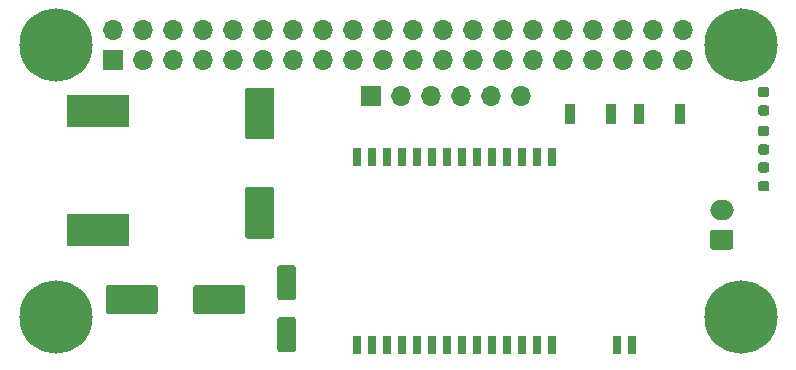
<source format=gbr>
G04 #@! TF.GenerationSoftware,KiCad,Pcbnew,(5.1.9)-1*
G04 #@! TF.CreationDate,2021-08-25T15:57:18+03:00*
G04 #@! TF.ProjectId,ZigbeeShild01,5a696762-6565-4536-9869-6c6430312e6b,rev?*
G04 #@! TF.SameCoordinates,Original*
G04 #@! TF.FileFunction,Soldermask,Top*
G04 #@! TF.FilePolarity,Negative*
%FSLAX46Y46*%
G04 Gerber Fmt 4.6, Leading zero omitted, Abs format (unit mm)*
G04 Created by KiCad (PCBNEW (5.1.9)-1) date 2021-08-25 15:57:18*
%MOMM*%
%LPD*%
G01*
G04 APERTURE LIST*
%ADD10O,1.700000X1.700000*%
%ADD11R,1.700000X1.700000*%
%ADD12R,0.900000X1.700000*%
%ADD13R,0.800000X1.500000*%
%ADD14R,5.300000X2.800000*%
%ADD15O,2.000000X1.700000*%
%ADD16C,6.200000*%
G04 APERTURE END LIST*
G36*
G01*
X75689750Y-39491500D02*
X76202250Y-39491500D01*
G75*
G02*
X76421000Y-39710250I0J-218750D01*
G01*
X76421000Y-40147750D01*
G75*
G02*
X76202250Y-40366500I-218750J0D01*
G01*
X75689750Y-40366500D01*
G75*
G02*
X75471000Y-40147750I0J218750D01*
G01*
X75471000Y-39710250D01*
G75*
G02*
X75689750Y-39491500I218750J0D01*
G01*
G37*
G36*
G01*
X75689750Y-37916500D02*
X76202250Y-37916500D01*
G75*
G02*
X76421000Y-38135250I0J-218750D01*
G01*
X76421000Y-38572750D01*
G75*
G02*
X76202250Y-38791500I-218750J0D01*
G01*
X75689750Y-38791500D01*
G75*
G02*
X75471000Y-38572750I0J218750D01*
G01*
X75471000Y-38135250D01*
G75*
G02*
X75689750Y-37916500I218750J0D01*
G01*
G37*
D10*
X55372000Y-32258000D03*
X52832000Y-32258000D03*
X50292000Y-32258000D03*
X47752000Y-32258000D03*
X45212000Y-32258000D03*
D11*
X42672000Y-32258000D03*
D12*
X62992000Y-33782000D03*
X59592000Y-33782000D03*
X68834000Y-33782000D03*
X65434000Y-33782000D03*
G36*
G01*
X75689750Y-36392500D02*
X76202250Y-36392500D01*
G75*
G02*
X76421000Y-36611250I0J-218750D01*
G01*
X76421000Y-37048750D01*
G75*
G02*
X76202250Y-37267500I-218750J0D01*
G01*
X75689750Y-37267500D01*
G75*
G02*
X75471000Y-37048750I0J218750D01*
G01*
X75471000Y-36611250D01*
G75*
G02*
X75689750Y-36392500I218750J0D01*
G01*
G37*
G36*
G01*
X75689750Y-34817500D02*
X76202250Y-34817500D01*
G75*
G02*
X76421000Y-35036250I0J-218750D01*
G01*
X76421000Y-35473750D01*
G75*
G02*
X76202250Y-35692500I-218750J0D01*
G01*
X75689750Y-35692500D01*
G75*
G02*
X75471000Y-35473750I0J218750D01*
G01*
X75471000Y-35036250D01*
G75*
G02*
X75689750Y-34817500I218750J0D01*
G01*
G37*
G36*
G01*
X76202250Y-32390500D02*
X75689750Y-32390500D01*
G75*
G02*
X75471000Y-32171750I0J218750D01*
G01*
X75471000Y-31734250D01*
G75*
G02*
X75689750Y-31515500I218750J0D01*
G01*
X76202250Y-31515500D01*
G75*
G02*
X76421000Y-31734250I0J-218750D01*
G01*
X76421000Y-32171750D01*
G75*
G02*
X76202250Y-32390500I-218750J0D01*
G01*
G37*
G36*
G01*
X76202250Y-33965500D02*
X75689750Y-33965500D01*
G75*
G02*
X75471000Y-33746750I0J218750D01*
G01*
X75471000Y-33309250D01*
G75*
G02*
X75689750Y-33090500I218750J0D01*
G01*
X76202250Y-33090500D01*
G75*
G02*
X76421000Y-33309250I0J-218750D01*
G01*
X76421000Y-33746750D01*
G75*
G02*
X76202250Y-33965500I-218750J0D01*
G01*
G37*
D13*
X51718500Y-53361000D03*
X44098500Y-53361000D03*
X44098500Y-37461000D03*
X42828500Y-53361000D03*
X46638500Y-53361000D03*
X45368500Y-53361000D03*
X45368500Y-37461000D03*
X47908500Y-37461000D03*
X64818500Y-53361000D03*
X51718500Y-37461000D03*
X58068500Y-53361000D03*
X58068500Y-37461000D03*
X52988500Y-37461000D03*
X50448500Y-37461000D03*
X56798500Y-53361000D03*
X49178500Y-37461000D03*
X54258500Y-37461000D03*
X63548500Y-53361000D03*
X41558500Y-53361000D03*
X54258500Y-53361000D03*
X41558500Y-37461000D03*
X46638500Y-37461000D03*
X42828500Y-37461000D03*
X55528500Y-53361000D03*
X49178500Y-53361000D03*
X56798500Y-37461000D03*
X47908500Y-53361000D03*
X50448500Y-53361000D03*
X55528500Y-37461000D03*
X52988500Y-53361000D03*
G36*
G01*
X36110000Y-49592000D02*
X35010000Y-49592000D01*
G75*
G02*
X34760000Y-49342000I0J250000D01*
G01*
X34760000Y-46842000D01*
G75*
G02*
X35010000Y-46592000I250000J0D01*
G01*
X36110000Y-46592000D01*
G75*
G02*
X36360000Y-46842000I0J-250000D01*
G01*
X36360000Y-49342000D01*
G75*
G02*
X36110000Y-49592000I-250000J0D01*
G01*
G37*
G36*
G01*
X36110000Y-53992000D02*
X35010000Y-53992000D01*
G75*
G02*
X34760000Y-53742000I0J250000D01*
G01*
X34760000Y-51242000D01*
G75*
G02*
X35010000Y-50992000I250000J0D01*
G01*
X36110000Y-50992000D01*
G75*
G02*
X36360000Y-51242000I0J-250000D01*
G01*
X36360000Y-53742000D01*
G75*
G02*
X36110000Y-53992000I-250000J0D01*
G01*
G37*
D10*
X69126100Y-26733500D03*
X69126100Y-29273500D03*
X66586100Y-26733500D03*
X66586100Y-29273500D03*
X64046100Y-26733500D03*
X64046100Y-29273500D03*
X61506100Y-26733500D03*
X61506100Y-29273500D03*
X58966100Y-26733500D03*
X58966100Y-29273500D03*
X56426100Y-26733500D03*
X56426100Y-29273500D03*
X53886100Y-26733500D03*
X53886100Y-29273500D03*
X51346100Y-26733500D03*
X51346100Y-29273500D03*
X48806100Y-26733500D03*
X48806100Y-29273500D03*
X46266100Y-26733500D03*
X46266100Y-29273500D03*
X43726100Y-26733500D03*
X43726100Y-29273500D03*
X41186100Y-26733500D03*
X41186100Y-29273500D03*
X38646100Y-26733500D03*
X38646100Y-29273500D03*
X36106100Y-26733500D03*
X36106100Y-29273500D03*
X33566100Y-26733500D03*
X33566100Y-29273500D03*
X31026100Y-26733500D03*
X31026100Y-29273500D03*
X28486100Y-26733500D03*
X28486100Y-29273500D03*
X25946100Y-26733500D03*
X25946100Y-29273500D03*
X23406100Y-26733500D03*
X23406100Y-29273500D03*
X20866100Y-26733500D03*
D11*
X20866100Y-29273500D03*
D14*
X19558000Y-33558000D03*
X19558000Y-43658000D03*
D15*
X72390000Y-41950000D03*
G36*
G01*
X73140000Y-45300000D02*
X71640000Y-45300000D01*
G75*
G02*
X71390000Y-45050000I0J250000D01*
G01*
X71390000Y-43850000D01*
G75*
G02*
X71640000Y-43600000I250000J0D01*
G01*
X73140000Y-43600000D01*
G75*
G02*
X73390000Y-43850000I0J-250000D01*
G01*
X73390000Y-45050000D01*
G75*
G02*
X73140000Y-45300000I-250000J0D01*
G01*
G37*
G36*
G01*
X27662000Y-50530000D02*
X27662000Y-48530000D01*
G75*
G02*
X27912000Y-48280000I250000J0D01*
G01*
X31812000Y-48280000D01*
G75*
G02*
X32062000Y-48530000I0J-250000D01*
G01*
X32062000Y-50530000D01*
G75*
G02*
X31812000Y-50780000I-250000J0D01*
G01*
X27912000Y-50780000D01*
G75*
G02*
X27662000Y-50530000I0J250000D01*
G01*
G37*
G36*
G01*
X20262000Y-50530000D02*
X20262000Y-48530000D01*
G75*
G02*
X20512000Y-48280000I250000J0D01*
G01*
X24412000Y-48280000D01*
G75*
G02*
X24662000Y-48530000I0J-250000D01*
G01*
X24662000Y-50530000D01*
G75*
G02*
X24412000Y-50780000I-250000J0D01*
G01*
X20512000Y-50780000D01*
G75*
G02*
X20262000Y-50530000I0J250000D01*
G01*
G37*
G36*
G01*
X32274000Y-39973000D02*
X34274000Y-39973000D01*
G75*
G02*
X34524000Y-40223000I0J-250000D01*
G01*
X34524000Y-44123000D01*
G75*
G02*
X34274000Y-44373000I-250000J0D01*
G01*
X32274000Y-44373000D01*
G75*
G02*
X32024000Y-44123000I0J250000D01*
G01*
X32024000Y-40223000D01*
G75*
G02*
X32274000Y-39973000I250000J0D01*
G01*
G37*
G36*
G01*
X32274000Y-31573000D02*
X34274000Y-31573000D01*
G75*
G02*
X34524000Y-31823000I0J-250000D01*
G01*
X34524000Y-35723000D01*
G75*
G02*
X34274000Y-35973000I-250000J0D01*
G01*
X32274000Y-35973000D01*
G75*
G02*
X32024000Y-35723000I0J250000D01*
G01*
X32024000Y-31823000D01*
G75*
G02*
X32274000Y-31573000I250000J0D01*
G01*
G37*
D16*
X16000000Y-51000000D03*
X74000000Y-28000000D03*
X74000000Y-51000000D03*
X16000000Y-28000000D03*
M02*

</source>
